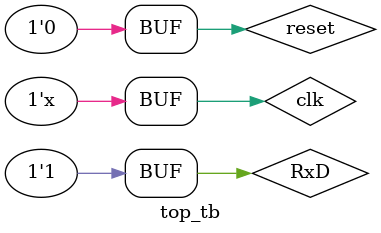
<source format=v>
`timescale 1ns / 1ps

module top_tb();

  // Declare clock and reset signals
  reg clk;
  reg reset;

  // Declare receiving data line
  reg RxD;

  // Declare output signals


wire [7:0] leds2;
  // Instantiate the DUT
  receiver dut(
    .clk(clk),
    .reset(reset),
    .RxD(RxD),
    .RxData(leds2)
  );

  // Clock period
  parameter PERIOD = 10;
parameter Baud_rate=104166.666667;
  // Define initial values for the input signals
  initial begin
    clk = 0;
    reset = 1;
    RxD = 1;
    #PERIOD;
reset=0;
  end

  // Generate a clock signal
  always #5 clk = ~clk;

  // Stimulus
  initial begin
    #Baud_rate;
    RxD = 0;
    #Baud_rate;
    RxD = 1;
    #Baud_rate;
    RxD = 0;
     #Baud_rate;
    RxD = 1;
     #Baud_rate;
    RxD = 1;
     #Baud_rate;
    RxD = 1;
     #Baud_rate;
    RxD = 0;
     #Baud_rate;
    RxD = 0;
     #Baud_rate;
    RxD = 1;
     #Baud_rate;
    RxD = 1;
    
   
  end

endmodule

</source>
